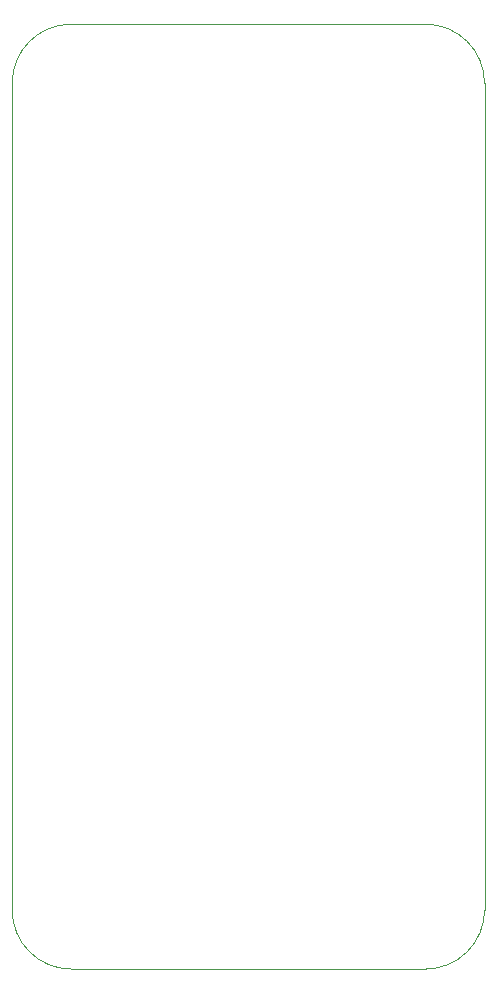
<source format=gbr>
%TF.GenerationSoftware,KiCad,Pcbnew,9.0.0*%
%TF.CreationDate,2026-01-12T14:03:56-05:00*%
%TF.ProjectId,nick_egorov_flight_computer,6e69636b-5f65-4676-9f72-6f765f666c69,rev?*%
%TF.SameCoordinates,Original*%
%TF.FileFunction,Profile,NP*%
%FSLAX46Y46*%
G04 Gerber Fmt 4.6, Leading zero omitted, Abs format (unit mm)*
G04 Created by KiCad (PCBNEW 9.0.0) date 2026-01-12 14:03:56*
%MOMM*%
%LPD*%
G01*
G04 APERTURE LIST*
%TA.AperFunction,Profile*%
%ADD10C,0.050000*%
%TD*%
G04 APERTURE END LIST*
D10*
X130000000Y-65000000D02*
G75*
G02*
X135000000Y-70000000I0J-5000000D01*
G01*
X100000000Y-65000000D02*
X130000000Y-65000000D01*
X95000000Y-140000000D02*
X95000000Y-70000000D01*
X100000000Y-145000000D02*
G75*
G02*
X95000000Y-140000000I0J5000000D01*
G01*
X135000000Y-70000000D02*
X135000000Y-140000000D01*
X130000000Y-145000000D02*
X100000000Y-145000000D01*
X95000000Y-70000000D02*
G75*
G02*
X100000000Y-65000000I5000000J0D01*
G01*
X135000000Y-140000000D02*
G75*
G02*
X130000000Y-145000000I-5000000J0D01*
G01*
M02*

</source>
